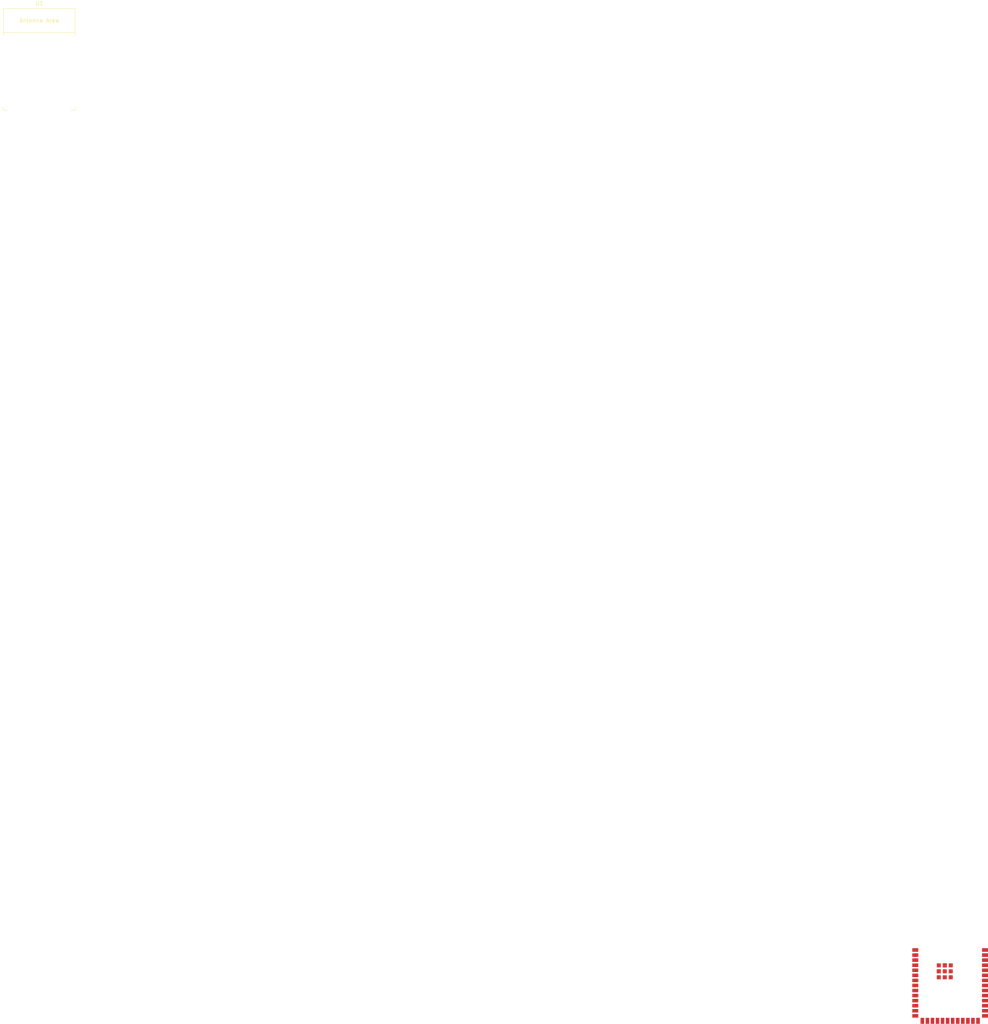
<source format=kicad_pcb>
(kicad_pcb (version 20221018) (generator pcbnew)
  (layers (0 "F.Cu" signal) (31 "B.Cu" signal) (34 "B.Paste" user) (35 "F.Paste" user) (36 "B.SilkS" user "B.Silkscreen") (37 "F.SilkS" user "F.Silkscreen") (38 "B.Mask" user) (39 "F.Mask" user) (44 "Edge.Cuts" user))
  (net 0 "")
  (net 1 "Net-(U1-GND-Pad1)")
  (net 2 "Net-(U1-3V3)")
  (net 8 "Net-(U1-GPIO15{slash}U0RTS{slash}ADC2_CH4{slash}XTAL_32K_P)")
  (net 9 "Net-(U1-GPIO16{slash}U0CTS{slash}ADC2_CH5{slash}XTAL_32K_N)")
  (net 16 "Net-(U1-GPIO46)")
  (net 26 "Net-(U1-GPIO45)")
  (footprint "PCM_Espressif:ESP32-S3-WROOM-2" (layer "F.Cu") (at 148.73 93.35)
    (fp_text reference "U1" (at 0 -17.05) (layer "F.SilkS"))
    (fp_text value "ESP32-S3-WROOM-2")
    (fp_text user "Antenna Area" (at 0 -12.75) (layer "F.SilkS"))
    (fp_line (start -9 -15.75) (end -9 -9) (stroke (width 0.12)) (layer "F.SilkS"))
    (fp_line (start -9 -15.75) (end 9 -15.75) (stroke (width 0.12)) (layer "F.SilkS"))
    (fp_line (start -9 9) (end -9 9.75) (stroke (width 0.12)) (layer "F.SilkS"))
    (fp_line (start -9 9.75) (end -8 9.75) (stroke (width 0.12)) (layer "F.SilkS"))
    (fp_line (start 9 -15.75) (end 9 -9) (stroke (width 0.12)) (layer "F.SilkS"))
    (fp_line (start 9 -9.75) (end -9 -9.75) (stroke (width 0.12)) (layer "F.SilkS"))
    (fp_line (start 9 9) (end 9 9.75) (stroke (width 0.12)) (layer "F.SilkS"))
    (fp_line (start 9 9.75) (end 8 9.75) (stroke (width 0.12)) (layer "F.SilkS"))
    (pad "1" smd rect (at 219.85 220.34) (size 1.5 0.9) (layers "F.Cu" "F.Paste" "F.Mask") (net 1 "Net-(U1-GND-Pad1)"))
    (pad "2" smd rect (at 219.85 221.61) (size 1.5 0.9) (layers "F.Cu" "F.Paste" "F.Mask") (net 2 "Net-(U1-3V3)"))
    (pad "3" smd rect (at 219.85 222.88) (size 1.5 0.9) (layers "F.Cu" "F.Paste" "F.Mask"))
    (pad "4" smd rect (at 219.85 224.15) (size 1.5 0.9) (layers "F.Cu" "F.Paste" "F.Mask"))
    (pad "5" smd rect (at 219.85 225.42) (size 1.5 0.9) (layers "F.Cu" "F.Paste" "F.Mask"))
    (pad "6" smd rect (at 219.85 226.69) (size 1.5 0.9) (layers "F.Cu" "F.Paste" "F.Mask"))
    (pad "7" smd rect (at 219.85 227.96) (size 1.5 0.9) (layers "F.Cu" "F.Paste" "F.Mask"))
    (pad "8" smd rect (at 219.85 229.23) (size 1.5 0.9) (layers "F.Cu" "F.Paste" "F.Mask") (net 8 "Net-(U1-GPIO15{slash}U0RTS{slash}ADC2_CH4{slash}XTAL_32K_P)"))
    (pad "9" smd rect (at 219.85 230.5) (size 1.5 0.9) (layers "F.Cu" "F.Paste" "F.Mask") (net 9 "Net-(U1-GPIO16{slash}U0CTS{slash}ADC2_CH5{slash}XTAL_32K_N)"))
    (pad "10" smd rect (at 219.85 231.77) (size 1.5 0.9) (layers "F.Cu" "F.Paste" "F.Mask"))
    (pad "11" smd rect (at 219.85 233.04) (size 1.5 0.9) (layers "F.Cu" "F.Paste" "F.Mask"))
    (pad "12" smd rect (at 219.85 234.31) (size 1.5 0.9) (layers "F.Cu" "F.Paste" "F.Mask"))
    (pad "13" smd rect (at 219.85 235.58) (size 1.5 0.9) (layers "F.Cu" "F.Paste" "F.Mask"))
    (pad "14" smd rect (at 219.85 236.85) (size 1.5 0.9) (layers "F.Cu" "F.Paste" "F.Mask"))
    (pad "15" smd rect (at 221.615 238.1 90) (size 1.5 0.9) (layers "F.Cu" "F.Paste" "F.Mask"))
    (pad "16" smd rect (at 222.885 238.1 90) (size 1.5 0.9) (layers "F.Cu" "F.Paste" "F.Mask") (net 16 "Net-(U1-GPIO46)"))
    (pad "17" smd rect (at 224.155 238.1 90) (size 1.5 0.9) (layers "F.Cu" "F.Paste" "F.Mask"))
    (pad "18" smd rect (at 225.425 238.1 90) (size 1.5 0.9) (layers "F.Cu" "F.Paste" "F.Mask"))
    (pad "19" smd rect (at 226.695 238.1 90) (size 1.5 0.9) (layers "F.Cu" "F.Paste" "F.Mask"))
    (pad "20" smd rect (at 227.965 238.1 90) (size 1.5 0.9) (layers "F.Cu" "F.Paste" "F.Mask"))
    (pad "21" smd rect (at 229.235 238.1 90) (size 1.5 0.9) (layers "F.Cu" "F.Paste" "F.Mask"))
    (pad "22" smd rect (at 230.505 238.1 90) (size 1.5 0.9) (layers "F.Cu" "F.Paste" "F.Mask"))
    (pad "23" smd rect (at 231.775 238.1 90) (size 1.5 0.9) (layers "F.Cu" "F.Paste" "F.Mask"))
    (pad "24" smd rect (at 233.045 238.1 90) (size 1.5 0.9) (layers "F.Cu" "F.Paste" "F.Mask"))
    (pad "25" smd rect (at 234.315 238.1 90) (size 1.5 0.9) (layers "F.Cu" "F.Paste" "F.Mask"))
    (pad "26" smd rect (at 235.585 238.1 90) (size 1.5 0.9) (layers "F.Cu" "F.Paste" "F.Mask") (net 26 "Net-(U1-GPIO45)"))
    (pad "27" smd rect (at 237.35 236.85 180) (size 1.5 0.9) (layers "F.Cu" "F.Paste" "F.Mask"))
    (pad "28" smd rect (at 237.35 235.58 180) (size 1.5 0.9) (layers "F.Cu" "F.Paste" "F.Mask"))
    (pad "29" smd rect (at 237.35 234.31 180) (size 1.5 0.9) (layers "F.Cu" "F.Paste" "F.Mask"))
    (pad "30" smd rect (at 237.35 233.04 180) (size 1.5 0.9) (layers "F.Cu" "F.Paste" "F.Mask"))
    (pad "31" smd rect (at 237.35 231.77 180) (size 1.5 0.9) (layers "F.Cu" "F.Paste" "F.Mask"))
    (pad "32" smd rect (at 237.35 230.5 180) (size 1.5 0.9) (layers "F.Cu" "F.Paste" "F.Mask"))
    (pad "33" smd rect (at 237.35 229.23 180) (size 1.5 0.9) (layers "F.Cu" "F.Paste" "F.Mask"))
    (pad "34" smd rect (at 237.35 227.96 180) (size 1.5 0.9) (layers "F.Cu" "F.Paste" "F.Mask"))
    (pad "35" smd rect (at 237.35 226.69 180) (size 1.5 0.9) (layers "F.Cu" "F.Paste" "F.Mask"))
    (pad "36" smd rect (at 237.35 225.42 180) (size 1.5 0.9) (layers "F.Cu" "F.Paste" "F.Mask"))
    (pad "37" smd rect (at 237.35 224.15 180) (size 1.5 0.9) (layers "F.Cu" "F.Paste" "F.Mask"))
    (pad "38" smd rect (at 237.35 222.88 180) (size 1.5 0.9) (layers "F.Cu" "F.Paste" "F.Mask"))
    (pad "39" smd rect (at 237.35 221.61 180) (size 1.5 0.9) (layers "F.Cu" "F.Paste" "F.Mask"))
    (pad "40" smd rect (at 237.35 220.34 180) (size 1.5 0.9) (layers "F.Cu" "F.Paste" "F.Mask") (net 1 "Net-(U1-GND-Pad1)"))
    (pad "41" smd rect (at 225.74 224.19 180) (size 1 1) (layers "F.Cu" "F.Paste" "F.Mask") (net 1 "Net-(U1-GND-Pad1)"))
    (pad "41" smd rect (at 225.74 225.69 180) (size 1 1) (layers "F.Cu" "F.Paste" "F.Mask") (net 1 "Net-(U1-GND-Pad1)"))
    (pad "41" smd rect (at 225.74 225.69 180) (size 1 1) (layers "F.Cu" "F.Paste" "F.Mask") (net 1 "Net-(U1-GND-Pad1)"))
    (pad "41" smd rect (at 225.74 227.19 180) (size 1 1) (layers "F.Cu" "F.Paste" "F.Mask") (net 1 "Net-(U1-GND-Pad1)"))
    (pad "41" smd rect (at 227.24 224.19 180) (size 1 1) (layers "F.Cu" "F.Paste" "F.Mask") (net 1 "Net-(U1-GND-Pad1)"))
    (pad "41" smd rect (at 227.24 224.19 180) (size 1 1) (layers "F.Cu" "F.Paste" "F.Mask") (net 1 "Net-(U1-GND-Pad1)"))
    (pad "41" smd rect (at 227.24 225.69 180) (size 1 1) (layers "F.Cu" "F.Paste" "F.Mask") (net 1 "Net-(U1-GND-Pad1)"))
    (pad "41" smd rect (at 227.24 227.19 180) (size 1 1) (layers "F.Cu" "F.Paste" "F.Mask") (net 1 "Net-(U1-GND-Pad1)"))
    (pad "41" smd rect (at 228.74 224.19 180) (size 1 1) (layers "F.Cu" "F.Paste" "F.Mask") (net 1 "Net-(U1-GND-Pad1)"))
    (pad "41" smd rect (at 228.74 225.69 180) (size 1 1) (layers "F.Cu" "F.Paste" "F.Mask") (net 1 "Net-(U1-GND-Pad1)"))
    (pad "41" smd rect (at 228.74 227.19 180) (size 1 1) (layers "F.Cu" "F.Paste" "F.Mask") (net 1 "Net-(U1-GND-Pad1)"))
  )
)
</source>
